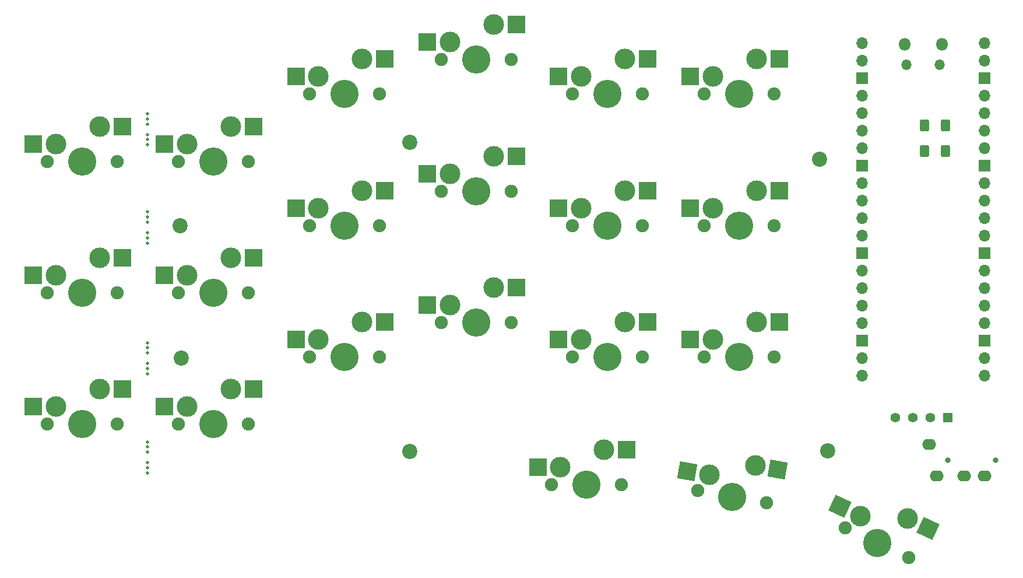
<source format=gbs>
%TF.GenerationSoftware,KiCad,Pcbnew,6.0.2+dfsg-1*%
%TF.CreationDate,2023-08-25T19:24:44+02:00*%
%TF.ProjectId,max,6d61782e-6b69-4636-9164-5f7063625858,rev1.0*%
%TF.SameCoordinates,Original*%
%TF.FileFunction,Soldermask,Bot*%
%TF.FilePolarity,Negative*%
%FSLAX46Y46*%
G04 Gerber Fmt 4.6, Leading zero omitted, Abs format (unit mm)*
G04 Created by KiCad (PCBNEW 6.0.2+dfsg-1) date 2023-08-25 19:24:44*
%MOMM*%
%LPD*%
G01*
G04 APERTURE LIST*
G04 Aperture macros list*
%AMRoundRect*
0 Rectangle with rounded corners*
0 $1 Rounding radius*
0 $2 $3 $4 $5 $6 $7 $8 $9 X,Y pos of 4 corners*
0 Add a 4 corners polygon primitive as box body*
4,1,4,$2,$3,$4,$5,$6,$7,$8,$9,$2,$3,0*
0 Add four circle primitives for the rounded corners*
1,1,$1+$1,$2,$3*
1,1,$1+$1,$4,$5*
1,1,$1+$1,$6,$7*
1,1,$1+$1,$8,$9*
0 Add four rect primitives between the rounded corners*
20,1,$1+$1,$2,$3,$4,$5,0*
20,1,$1+$1,$4,$5,$6,$7,0*
20,1,$1+$1,$6,$7,$8,$9,0*
20,1,$1+$1,$8,$9,$2,$3,0*%
%AMRotRect*
0 Rectangle, with rotation*
0 The origin of the aperture is its center*
0 $1 length*
0 $2 width*
0 $3 Rotation angle, in degrees counterclockwise*
0 Add horizontal line*
21,1,$1,$2,0,0,$3*%
G04 Aperture macros list end*
%ADD10C,1.900000*%
%ADD11C,3.000000*%
%ADD12C,4.100000*%
%ADD13R,2.550000X2.500000*%
%ADD14C,0.500000*%
%ADD15C,2.200000*%
%ADD16O,1.500000X1.500000*%
%ADD17O,1.800000X1.800000*%
%ADD18O,1.700000X1.700000*%
%ADD19R,1.700000X1.700000*%
%ADD20C,0.800000*%
%ADD21O,2.000000X1.600000*%
%ADD22C,1.397000*%
%ADD23R,1.397000X1.397000*%
%ADD24RotRect,2.550000X2.500000X155.000000*%
%ADD25RotRect,2.550000X2.500000X170.000000*%
%ADD26RoundRect,0.250000X0.400000X0.625000X-0.400000X0.625000X-0.400000X-0.625000X0.400000X-0.625000X0*%
%ADD27RoundRect,0.250000X-0.400000X-0.625000X0.400000X-0.625000X0.400000X0.625000X-0.400000X0.625000X0*%
G04 APERTURE END LIST*
D10*
%TO.C,K25*%
X158888240Y-94000000D03*
D11*
X160158240Y-91460000D03*
D10*
X169048240Y-94000000D03*
D12*
X163968240Y-94000000D03*
D11*
X166508240Y-88920000D03*
D13*
X156883240Y-91460000D03*
X169810240Y-88920000D03*
%TD*%
D14*
%TO.C,MB4*%
X78033884Y-72958035D03*
X78033884Y-76708035D03*
X78033884Y-77458035D03*
X78033884Y-75958035D03*
X78033884Y-73708035D03*
X78033884Y-74458035D03*
%TD*%
D12*
%TO.C,K24*%
X144800389Y-94000000D03*
D10*
X149880389Y-94000000D03*
D11*
X147340389Y-88920000D03*
X140990389Y-91460000D03*
D10*
X139720389Y-94000000D03*
D13*
X137715389Y-91460000D03*
X150642389Y-88920000D03*
%TD*%
D12*
%TO.C,K13*%
X125754008Y-69953317D03*
D10*
X130834008Y-69953317D03*
X120674008Y-69953317D03*
D11*
X121944008Y-67413317D03*
X128294008Y-64873317D03*
D13*
X118669008Y-67413317D03*
X131596008Y-64873317D03*
%TD*%
D10*
%TO.C,K2*%
X92642966Y-65604957D03*
D11*
X90102966Y-60524957D03*
D12*
X87562966Y-65604957D03*
D11*
X83752966Y-63064957D03*
D10*
X82482966Y-65604957D03*
D13*
X80477966Y-63064957D03*
X93404966Y-60524957D03*
%TD*%
D11*
%TO.C,K21*%
X90102966Y-98624957D03*
D10*
X92642966Y-103704957D03*
X82482966Y-103704957D03*
D12*
X87562966Y-103704957D03*
D11*
X83752966Y-101164957D03*
D13*
X80477966Y-101164957D03*
X93404966Y-98624957D03*
%TD*%
D10*
%TO.C,K10*%
X73592966Y-84654957D03*
D12*
X68512966Y-84654957D03*
D11*
X64702966Y-82114957D03*
D10*
X63432966Y-84654957D03*
D11*
X71052966Y-79574957D03*
D13*
X61427966Y-82114957D03*
X74354966Y-79574957D03*
%TD*%
D15*
%TO.C,H4*%
X116111269Y-107714113D03*
%TD*%
D16*
%TO.C,U2*%
X188278200Y-51625000D03*
X193128200Y-51625000D03*
D17*
X193428200Y-48595000D03*
X187978200Y-48595000D03*
D18*
X181813200Y-48465000D03*
X181813200Y-51005000D03*
D19*
X181813200Y-53545000D03*
D18*
X181813200Y-56085000D03*
X181813200Y-58625000D03*
X181813200Y-61165000D03*
X181813200Y-63705000D03*
D19*
X181813200Y-66245000D03*
D18*
X181813200Y-68785000D03*
X181813200Y-71325000D03*
X181813200Y-73865000D03*
X181813200Y-76405000D03*
D19*
X181813200Y-78945000D03*
D18*
X181813200Y-81485000D03*
X181813200Y-84025000D03*
X181813200Y-86565000D03*
X181813200Y-89105000D03*
D19*
X181813200Y-91645000D03*
D18*
X181813200Y-94185000D03*
X181813200Y-96725000D03*
X199593200Y-96725000D03*
X199593200Y-94185000D03*
D19*
X199593200Y-91645000D03*
D18*
X199593200Y-89105000D03*
X199593200Y-86565000D03*
X199593200Y-84025000D03*
X199593200Y-81485000D03*
D19*
X199593200Y-78945000D03*
D18*
X199593200Y-76405000D03*
X199593200Y-73865000D03*
X199593200Y-71325000D03*
X199593200Y-68785000D03*
D19*
X199593200Y-66245000D03*
D18*
X199593200Y-63705000D03*
X199593200Y-61165000D03*
X199593200Y-58625000D03*
X199593200Y-56085000D03*
D19*
X199593200Y-53545000D03*
D18*
X199593200Y-51005000D03*
X199593200Y-48465000D03*
%TD*%
D10*
%TO.C,K04*%
X149880389Y-55788342D03*
X139720389Y-55788342D03*
D11*
X140990389Y-53248342D03*
X147340389Y-50708342D03*
D12*
X144800389Y-55788342D03*
D13*
X137715389Y-53248342D03*
X150642389Y-50708342D03*
%TD*%
D11*
%TO.C,K22*%
X102870000Y-91460000D03*
D10*
X101600000Y-94000000D03*
D12*
X106680000Y-94000000D03*
D11*
X109220000Y-88920000D03*
D10*
X111760000Y-94000000D03*
D13*
X99595000Y-91460000D03*
X112522000Y-88920000D03*
%TD*%
D15*
%TO.C,H2*%
X175626776Y-65306446D03*
%TD*%
D11*
%TO.C,K30*%
X144350733Y-107455102D03*
X138000733Y-109995102D03*
D10*
X146890733Y-112535102D03*
D12*
X141810733Y-112535102D03*
D10*
X136730733Y-112535102D03*
D13*
X134725733Y-109995102D03*
X147652733Y-107455102D03*
%TD*%
D15*
%TO.C,H4*%
X82980496Y-94174530D03*
%TD*%
D11*
%TO.C,K00*%
X64702966Y-63064957D03*
D12*
X68512966Y-65604957D03*
D11*
X71052966Y-60524957D03*
D10*
X73592966Y-65604957D03*
X63432966Y-65604957D03*
D13*
X61427966Y-63064957D03*
X74354966Y-60524957D03*
%TD*%
D10*
%TO.C,K03*%
X130834008Y-50788342D03*
D12*
X125754008Y-50788342D03*
D10*
X120674008Y-50788342D03*
D11*
X121944008Y-48248342D03*
X128294008Y-45708342D03*
D13*
X118669008Y-48248342D03*
X131596008Y-45708342D03*
%TD*%
D11*
%TO.C,K02*%
X102870000Y-53248342D03*
D10*
X111760000Y-55788342D03*
X101600000Y-55788342D03*
D12*
X106680000Y-55788342D03*
D11*
X109220000Y-50708342D03*
D13*
X99595000Y-53248342D03*
X112522000Y-50708342D03*
%TD*%
D10*
%TO.C,K12*%
X111760000Y-74953317D03*
X101600000Y-74953317D03*
D12*
X106680000Y-74953317D03*
D11*
X109220000Y-69873317D03*
X102870000Y-72413317D03*
D13*
X99595000Y-72413317D03*
X112522000Y-69873317D03*
%TD*%
D14*
%TO.C,MB3*%
X78076702Y-107078812D03*
X78076702Y-109328812D03*
X78076702Y-107828812D03*
X78076702Y-110078812D03*
X78076702Y-106328812D03*
X78076702Y-110828812D03*
%TD*%
D11*
%TO.C,K14*%
X140990389Y-72413317D03*
X147340389Y-69873317D03*
D10*
X139720389Y-74953317D03*
X149880389Y-74953317D03*
D12*
X144800389Y-74953317D03*
D13*
X137715389Y-72413317D03*
X150642389Y-69873317D03*
%TD*%
D12*
%TO.C,K20*%
X68512966Y-103704957D03*
D10*
X63432966Y-103704957D03*
D11*
X64702966Y-101164957D03*
D10*
X73592966Y-103704957D03*
D11*
X71052966Y-98624957D03*
D13*
X61427966Y-101164957D03*
X74354966Y-98624957D03*
%TD*%
D15*
%TO.C,H4*%
X82763682Y-74980397D03*
%TD*%
%TO.C,H1*%
X116111269Y-62856172D03*
%TD*%
D20*
%TO.C,J1*%
X201250000Y-109000000D03*
X194250000Y-109000000D03*
D21*
X191550000Y-106700000D03*
X192650000Y-111300000D03*
X196650000Y-111300000D03*
X199650000Y-111300000D03*
%TD*%
D22*
%TO.C,J2*%
X186689999Y-102819602D03*
X189229999Y-102819602D03*
X191769999Y-102819602D03*
D23*
X194309999Y-102819602D03*
%TD*%
D10*
%TO.C,K11*%
X92642966Y-84654957D03*
D11*
X90102966Y-79574957D03*
D12*
X87562966Y-84654957D03*
D10*
X82482966Y-84654957D03*
D11*
X83752966Y-82114957D03*
D13*
X80477966Y-82114957D03*
X93404966Y-79574957D03*
%TD*%
D11*
%TO.C,K15*%
X166508240Y-69873317D03*
D10*
X158888240Y-74953317D03*
D11*
X160158240Y-72413317D03*
D10*
X169048240Y-74953317D03*
D12*
X163968240Y-74953317D03*
D13*
X156883240Y-72413317D03*
X169810240Y-69873317D03*
%TD*%
D15*
%TO.C,H3*%
X176800000Y-107600000D03*
%TD*%
D12*
%TO.C,K32*%
X184000000Y-121000000D03*
D10*
X188604044Y-123146901D03*
X179395956Y-118853099D03*
D11*
X188448923Y-117469407D03*
X181620418Y-117087803D03*
D24*
X178652260Y-115703728D03*
X191441551Y-118864892D03*
%TD*%
D10*
%TO.C,K23*%
X130834008Y-89000000D03*
D11*
X121944008Y-86460000D03*
D10*
X120674008Y-89000000D03*
D11*
X128294008Y-83920000D03*
D12*
X125754008Y-89000000D03*
D13*
X118669008Y-86460000D03*
X131596008Y-83920000D03*
%TD*%
D14*
%TO.C,MB4*%
X78076225Y-95682377D03*
X78076225Y-92682377D03*
X78076225Y-93432377D03*
X78076225Y-94932377D03*
X78076225Y-96432377D03*
X78076225Y-91932377D03*
%TD*%
D10*
%TO.C,K05*%
X158888240Y-55788342D03*
X169048240Y-55788342D03*
D11*
X160158240Y-53248342D03*
D12*
X163968240Y-55788342D03*
D11*
X166508240Y-50708342D03*
D13*
X156883240Y-53248342D03*
X169810240Y-50708342D03*
%TD*%
D14*
%TO.C,MB4*%
X78024854Y-63210000D03*
X78024854Y-58710000D03*
X78024854Y-59460000D03*
X78024854Y-62460000D03*
X78024854Y-60210000D03*
X78024854Y-61710000D03*
%TD*%
D11*
%TO.C,K31*%
X166344421Y-109745928D03*
X159649826Y-111144674D03*
D10*
X157958054Y-113425552D03*
D12*
X162960877Y-114307685D03*
D10*
X167963700Y-115189818D03*
D25*
X156424580Y-110575976D03*
X169596257Y-110319314D03*
%TD*%
D26*
%TO.C,R2*%
X193980400Y-64109600D03*
X190880400Y-64109600D03*
%TD*%
D27*
%TO.C,R1*%
X190880400Y-60401200D03*
X193980400Y-60401200D03*
%TD*%
M02*

</source>
